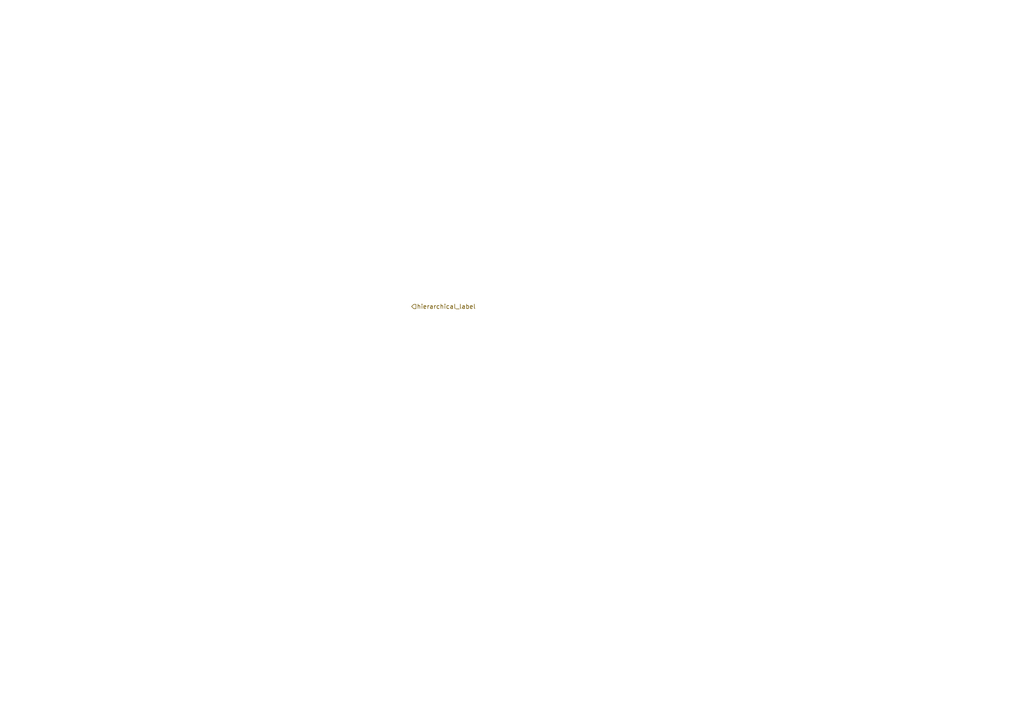
<source format=kicad_sch>
(kicad_sch (version 20211123) (generator eeschema)
  (paper "A4")
  (lib_symbols)
  (hierarchical_label "hierarchical_label" (shape input) (at 119.38 88.9 0))
)
</source>
